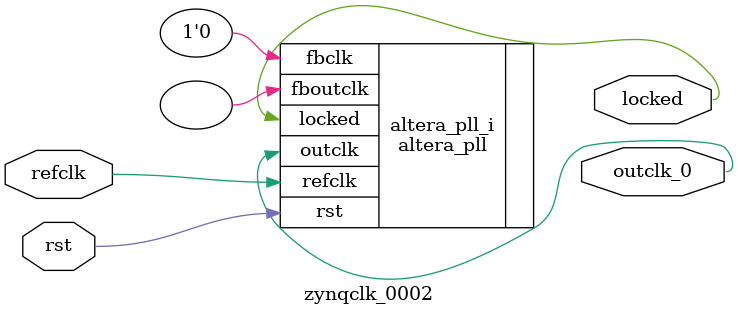
<source format=v>
`timescale 1ns/10ps
module  zynqclk_0002(

	// interface 'refclk'
	input wire refclk,

	// interface 'reset'
	input wire rst,

	// interface 'outclk0'
	output wire outclk_0,

	// interface 'locked'
	output wire locked
);

	altera_pll #(
		.fractional_vco_multiplier("false"),
		.reference_clock_frequency("50.0 MHz"),
		.operation_mode("direct"),
		.number_of_clocks(1),
		.output_clock_frequency0("125.000000 MHz"),
		.phase_shift0("0 ps"),
		.duty_cycle0(50),
		.output_clock_frequency1("0 MHz"),
		.phase_shift1("0 ps"),
		.duty_cycle1(50),
		.output_clock_frequency2("0 MHz"),
		.phase_shift2("0 ps"),
		.duty_cycle2(50),
		.output_clock_frequency3("0 MHz"),
		.phase_shift3("0 ps"),
		.duty_cycle3(50),
		.output_clock_frequency4("0 MHz"),
		.phase_shift4("0 ps"),
		.duty_cycle4(50),
		.output_clock_frequency5("0 MHz"),
		.phase_shift5("0 ps"),
		.duty_cycle5(50),
		.output_clock_frequency6("0 MHz"),
		.phase_shift6("0 ps"),
		.duty_cycle6(50),
		.output_clock_frequency7("0 MHz"),
		.phase_shift7("0 ps"),
		.duty_cycle7(50),
		.output_clock_frequency8("0 MHz"),
		.phase_shift8("0 ps"),
		.duty_cycle8(50),
		.output_clock_frequency9("0 MHz"),
		.phase_shift9("0 ps"),
		.duty_cycle9(50),
		.output_clock_frequency10("0 MHz"),
		.phase_shift10("0 ps"),
		.duty_cycle10(50),
		.output_clock_frequency11("0 MHz"),
		.phase_shift11("0 ps"),
		.duty_cycle11(50),
		.output_clock_frequency12("0 MHz"),
		.phase_shift12("0 ps"),
		.duty_cycle12(50),
		.output_clock_frequency13("0 MHz"),
		.phase_shift13("0 ps"),
		.duty_cycle13(50),
		.output_clock_frequency14("0 MHz"),
		.phase_shift14("0 ps"),
		.duty_cycle14(50),
		.output_clock_frequency15("0 MHz"),
		.phase_shift15("0 ps"),
		.duty_cycle15(50),
		.output_clock_frequency16("0 MHz"),
		.phase_shift16("0 ps"),
		.duty_cycle16(50),
		.output_clock_frequency17("0 MHz"),
		.phase_shift17("0 ps"),
		.duty_cycle17(50),
		.pll_type("General"),
		.pll_subtype("General")
	) altera_pll_i (
		.rst	(rst),
		.outclk	({outclk_0}),
		.locked	(locked),
		.fboutclk	( ),
		.fbclk	(1'b0),
		.refclk	(refclk)
	);
endmodule


</source>
